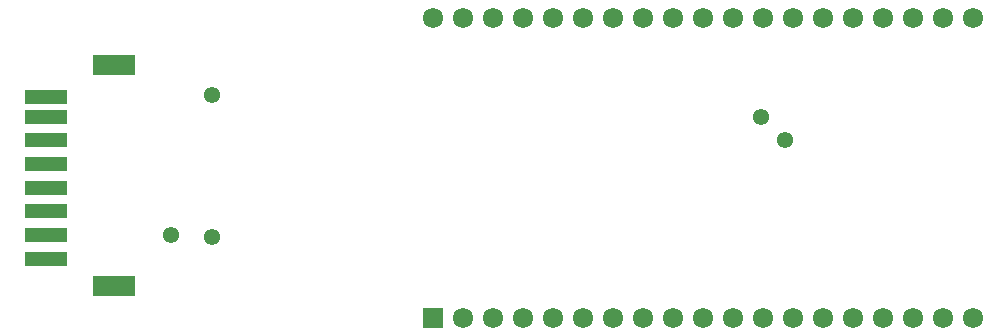
<source format=gbr>
G04 DesignSpark PCB Gerber Version 10.0 Build 5299*
G04 #@! TF.Part,Single*
G04 #@! TF.FileFunction,Soldermask,Top*
G04 #@! TF.FilePolarity,Negative*
%FSLAX35Y35*%
%MOIN*%
G04 #@! TA.AperFunction,WasherPad*
%ADD24R,0.06772X0.06772*%
%ADD22R,0.14430X0.04530*%
G04 #@! TA.AperFunction,ViaPad*
%ADD20C,0.05430*%
G04 #@! TA.AperFunction,WasherPad*
%ADD21R,0.14430X0.06930*%
%ADD23C,0.06772*%
G04 #@! TD.AperFunction*
X0Y0D02*
D02*
D20*
X78990Y32423D03*
X92770Y31746D03*
Y78990D03*
X275841Y71793D03*
X283715Y63919D03*
D02*
D21*
X59970Y15297D03*
Y88919D03*
D02*
D22*
X37332Y24549D03*
Y32423D03*
Y40297D03*
Y48171D03*
Y56045D03*
Y63919D03*
Y71793D03*
Y78289D03*
D02*
D23*
X166549Y104778D03*
X176549Y4778D03*
Y104778D03*
X186549Y4778D03*
Y104778D03*
X196549Y4778D03*
Y104778D03*
X206549Y4778D03*
Y104778D03*
X216549Y4778D03*
Y104778D03*
X226549Y4778D03*
Y104778D03*
X236549Y4778D03*
Y104778D03*
X246549Y4778D03*
Y104778D03*
X256549Y4778D03*
Y104778D03*
X266549Y4778D03*
Y104778D03*
X276549Y4778D03*
Y104778D03*
X286549Y4778D03*
Y104778D03*
X296549Y4778D03*
Y104778D03*
X306549Y4778D03*
Y104778D03*
X316549Y4778D03*
Y104778D03*
X326549Y4778D03*
Y104778D03*
X336549Y4778D03*
Y104778D03*
X346549Y4778D03*
Y104778D03*
D02*
D24*
X166549Y4778D03*
X0Y0D02*
M02*

</source>
